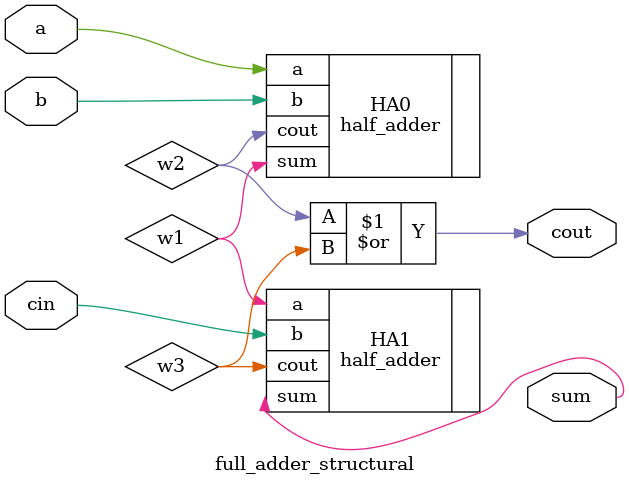
<source format=v>
module full_adder_structural (
    input a,
    input b,
    input cin,
    output sum,
    output cout
);

wire w1, w2, w3;

half_adder HA0 (.a(a), .b(b), .sum(w1), .cout(w2));
half_adder HA1 (.a(w1), .b(cin), .sum(sum), .cout(w3));
assign cout = w2 | w3;

endmodule
</source>
